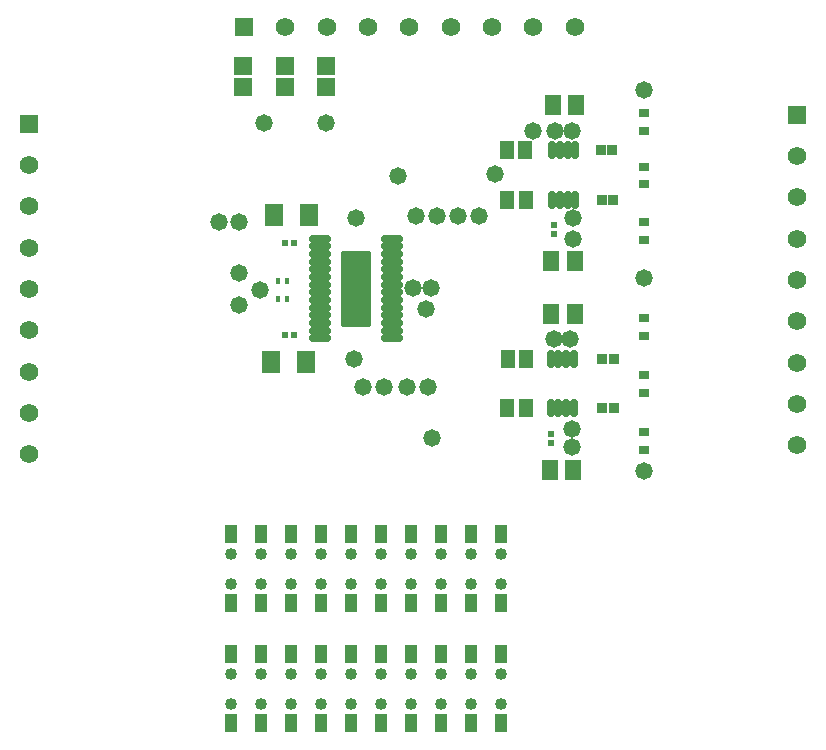
<source format=gbr>
%TF.GenerationSoftware,Altium Limited,Altium Designer,22.9.1 (49)*%
G04 Layer_Color=8388736*
%FSLAX25Y25*%
%MOIN*%
%TF.SameCoordinates,E4663CD6-9850-4590-99AB-2D6E941D03D6*%
%TF.FilePolarity,Negative*%
%TF.FileFunction,Soldermask,Top*%
%TF.Part,Single*%
G01*
G75*
%TA.AperFunction,SMDPad,CuDef*%
%ADD12R,0.01575X0.01968*%
%ADD13R,0.05928X0.07316*%
%ADD14R,0.06127X0.06213*%
%TA.AperFunction,ConnectorPad*%
%ADD15R,0.03937X0.06142*%
%TA.AperFunction,SMDPad,CuDef*%
%ADD19R,0.03937X0.06142*%
%ADD21R,0.03543X0.03150*%
%ADD23R,0.02029X0.01860*%
%ADD24R,0.02047X0.02047*%
%TA.AperFunction,ComponentPad*%
%ADD28C,0.06165*%
%ADD29R,0.06165X0.06165*%
%ADD30C,0.04016*%
%ADD31R,0.06165X0.06165*%
%ADD33C,0.02800*%
%TA.AperFunction,ViaPad*%
%ADD34C,0.05800*%
%TA.AperFunction,SMDPad,CuDef*%
G04:AMPARAMS|DCode=41|XSize=102.49mil|YSize=250.91mil|CornerRadius=5.89mil|HoleSize=0mil|Usage=FLASHONLY|Rotation=0.000|XOffset=0mil|YOffset=0mil|HoleType=Round|Shape=RoundedRectangle|*
%AMROUNDEDRECTD41*
21,1,0.10249,0.23913,0,0,0.0*
21,1,0.09071,0.25091,0,0,0.0*
1,1,0.01178,0.04535,-0.11957*
1,1,0.01178,-0.04535,-0.11957*
1,1,0.01178,-0.04535,0.11957*
1,1,0.01178,0.04535,0.11957*
%
%ADD41ROUNDEDRECTD41*%
G04:AMPARAMS|DCode=42|XSize=25.72mil|YSize=70.99mil|CornerRadius=5.95mil|HoleSize=0mil|Usage=FLASHONLY|Rotation=90.000|XOffset=0mil|YOffset=0mil|HoleType=Round|Shape=RoundedRectangle|*
%AMROUNDEDRECTD42*
21,1,0.02572,0.05909,0,0,90.0*
21,1,0.01382,0.07099,0,0,90.0*
1,1,0.01190,0.02955,0.00691*
1,1,0.01190,0.02955,-0.00691*
1,1,0.01190,-0.02955,-0.00691*
1,1,0.01190,-0.02955,0.00691*
%
%ADD42ROUNDEDRECTD42*%
%ADD43R,0.05524X0.06509*%
G04:AMPARAMS|DCode=44|XSize=25.72mil|YSize=59.18mil|CornerRadius=8.43mil|HoleSize=0mil|Usage=FLASHONLY|Rotation=180.000|XOffset=0mil|YOffset=0mil|HoleType=Round|Shape=RoundedRectangle|*
%AMROUNDEDRECTD44*
21,1,0.02572,0.04232,0,0,180.0*
21,1,0.00886,0.05918,0,0,180.0*
1,1,0.01686,-0.00443,0.02116*
1,1,0.01686,0.00443,0.02116*
1,1,0.01686,0.00443,-0.02116*
1,1,0.01686,-0.00443,-0.02116*
%
%ADD44ROUNDEDRECTD44*%
G04:AMPARAMS|DCode=45|XSize=25.72mil|YSize=59.18mil|CornerRadius=8.43mil|HoleSize=0mil|Usage=FLASHONLY|Rotation=180.000|XOffset=0mil|YOffset=0mil|HoleType=Round|Shape=RoundedRectangle|*
%AMROUNDEDRECTD45*
21,1,0.02572,0.04232,0,0,180.0*
21,1,0.00886,0.05918,0,0,180.0*
1,1,0.01686,-0.00443,0.02116*
1,1,0.01686,0.00443,0.02116*
1,1,0.01686,0.00443,-0.02116*
1,1,0.01686,-0.00443,-0.02116*
%
%ADD45ROUNDEDRECTD45*%
%ADD46R,0.04540X0.06115*%
%ADD47R,0.03556X0.03359*%
D12*
X140425Y154000D02*
D03*
X143575D02*
D03*
X140425Y148000D02*
D03*
X143575D02*
D03*
D13*
X149812Y127000D02*
D03*
X138188D02*
D03*
X150812Y176000D02*
D03*
X139188D02*
D03*
D14*
X129000Y225402D02*
D03*
Y218598D02*
D03*
X156500Y225402D02*
D03*
Y218598D02*
D03*
X143000Y225402D02*
D03*
Y218598D02*
D03*
D15*
X125000Y6563D02*
D03*
Y29437D02*
D03*
X135000Y6563D02*
D03*
Y29437D02*
D03*
X145000Y6563D02*
D03*
Y29437D02*
D03*
X155000Y6563D02*
D03*
Y29437D02*
D03*
X165000Y6563D02*
D03*
Y29437D02*
D03*
X175000Y6563D02*
D03*
Y29437D02*
D03*
X185000Y6563D02*
D03*
Y29437D02*
D03*
X195000Y6563D02*
D03*
Y29437D02*
D03*
X205000Y6563D02*
D03*
Y29437D02*
D03*
X215000Y6563D02*
D03*
Y29437D02*
D03*
D19*
X125000Y46563D02*
D03*
X145000D02*
D03*
X155000D02*
D03*
X165000D02*
D03*
X175000D02*
D03*
X185000D02*
D03*
X195000D02*
D03*
X205000D02*
D03*
X215000D02*
D03*
Y69437D02*
D03*
X205000D02*
D03*
X195000D02*
D03*
X185000D02*
D03*
X175000D02*
D03*
X165000D02*
D03*
X155000D02*
D03*
X145000D02*
D03*
X135000D02*
D03*
Y46563D02*
D03*
X125000Y69437D02*
D03*
D21*
X262500Y186047D02*
D03*
Y191953D02*
D03*
Y141453D02*
D03*
Y135547D02*
D03*
Y167595D02*
D03*
Y173500D02*
D03*
Y116547D02*
D03*
Y122453D02*
D03*
Y209906D02*
D03*
Y204000D02*
D03*
Y97547D02*
D03*
Y103453D02*
D03*
D23*
X145990Y136000D02*
D03*
X143010D02*
D03*
X145990Y166500D02*
D03*
X143010D02*
D03*
D24*
X232500Y172575D02*
D03*
Y169425D02*
D03*
X231500Y103000D02*
D03*
Y99850D02*
D03*
D28*
X198059Y238500D02*
D03*
X184280D02*
D03*
X170500D02*
D03*
X156720D02*
D03*
X142941D02*
D03*
X239398D02*
D03*
X225618D02*
D03*
X211839D02*
D03*
X57500Y96102D02*
D03*
X313500Y140382D02*
D03*
Y154161D02*
D03*
Y167941D02*
D03*
Y181720D02*
D03*
Y195500D02*
D03*
Y99043D02*
D03*
Y112823D02*
D03*
Y126602D02*
D03*
X57500Y137441D02*
D03*
Y151221D02*
D03*
Y165000D02*
D03*
Y178779D02*
D03*
Y192559D02*
D03*
Y109882D02*
D03*
Y123661D02*
D03*
D29*
X129161Y238500D02*
D03*
D30*
X125000Y63000D02*
D03*
X135000D02*
D03*
X145000D02*
D03*
X155000D02*
D03*
X185000D02*
D03*
X195000D02*
D03*
X205000D02*
D03*
X215000D02*
D03*
X125000Y23000D02*
D03*
X135000D02*
D03*
X145000D02*
D03*
X155000D02*
D03*
X165000D02*
D03*
X175000D02*
D03*
X185000D02*
D03*
X195000D02*
D03*
X205000D02*
D03*
X215000D02*
D03*
X125000Y13000D02*
D03*
X135000D02*
D03*
X145000D02*
D03*
X155000D02*
D03*
X165000D02*
D03*
X175000D02*
D03*
X185000D02*
D03*
X195000D02*
D03*
X205000D02*
D03*
X215000D02*
D03*
Y53000D02*
D03*
X205000D02*
D03*
X195000D02*
D03*
X185000D02*
D03*
X175000D02*
D03*
X165000D02*
D03*
X155000D02*
D03*
X145000D02*
D03*
X135000D02*
D03*
X125000D02*
D03*
X175000Y63000D02*
D03*
X165000D02*
D03*
D31*
X313500Y209279D02*
D03*
X57500Y206339D02*
D03*
D33*
X162992Y161366D02*
D03*
X166492D02*
D03*
X169992D02*
D03*
Y157366D02*
D03*
X166492D02*
D03*
X162992D02*
D03*
X166492Y153866D02*
D03*
X162992D02*
D03*
X169992D02*
D03*
X162992Y148866D02*
D03*
X166492D02*
D03*
Y144866D02*
D03*
X162992D02*
D03*
X166492Y140866D02*
D03*
X162992D02*
D03*
X169917Y148889D02*
D03*
Y144889D02*
D03*
Y140889D02*
D03*
D34*
X232500Y134459D02*
D03*
X183500Y118500D02*
D03*
X190500D02*
D03*
X136000Y206500D02*
D03*
X156500D02*
D03*
X180500Y189000D02*
D03*
X121000Y173500D02*
D03*
X127500D02*
D03*
Y156500D02*
D03*
Y146000D02*
D03*
X190000Y144500D02*
D03*
X176000Y118500D02*
D03*
X168700Y118400D02*
D03*
X134500Y151000D02*
D03*
X166500Y175000D02*
D03*
X166000Y128000D02*
D03*
X192000Y101500D02*
D03*
X200500Y175500D02*
D03*
X213000Y189500D02*
D03*
X262500Y217500D02*
D03*
Y90500D02*
D03*
Y155000D02*
D03*
X191500Y151500D02*
D03*
X238000Y134500D02*
D03*
X225500Y204000D02*
D03*
X239000Y174750D02*
D03*
X238975Y168000D02*
D03*
X185500Y151500D02*
D03*
X193500Y175500D02*
D03*
X238500Y104500D02*
D03*
X238475Y98500D02*
D03*
X238500Y204000D02*
D03*
X233000D02*
D03*
X207500Y175500D02*
D03*
X186500D02*
D03*
D41*
X166492Y151366D02*
D03*
D42*
X154484Y168000D02*
D03*
Y165441D02*
D03*
Y162882D02*
D03*
Y160323D02*
D03*
Y157764D02*
D03*
Y155205D02*
D03*
Y152646D02*
D03*
Y150087D02*
D03*
Y147528D02*
D03*
Y144968D02*
D03*
Y142409D02*
D03*
Y139850D02*
D03*
Y137291D02*
D03*
Y134732D02*
D03*
X178500Y168000D02*
D03*
Y165441D02*
D03*
Y162882D02*
D03*
Y160323D02*
D03*
Y157764D02*
D03*
Y155205D02*
D03*
Y152646D02*
D03*
Y150087D02*
D03*
Y147528D02*
D03*
Y144968D02*
D03*
Y142409D02*
D03*
Y139850D02*
D03*
Y137291D02*
D03*
Y134732D02*
D03*
D43*
X238937Y91000D02*
D03*
X231063D02*
D03*
X239437Y160500D02*
D03*
X231563D02*
D03*
Y143000D02*
D03*
X239437D02*
D03*
X232063Y212500D02*
D03*
X239937D02*
D03*
D44*
X237059Y181000D02*
D03*
X234500Y197535D02*
D03*
X237059D02*
D03*
X231941Y181000D02*
D03*
X234500D02*
D03*
X239618D02*
D03*
X231941Y197535D02*
D03*
X231441Y128035D02*
D03*
X239118Y111500D02*
D03*
X234000D02*
D03*
X231441D02*
D03*
X236559Y128035D02*
D03*
X234000D02*
D03*
X236559Y111500D02*
D03*
D45*
X239618Y197535D02*
D03*
X239118Y128035D02*
D03*
D46*
X223051Y181000D02*
D03*
X216949D02*
D03*
X223000Y197500D02*
D03*
X216898D02*
D03*
X223209Y128000D02*
D03*
X217106D02*
D03*
X223051Y111500D02*
D03*
X216949D02*
D03*
D47*
X252370Y128000D02*
D03*
X248630D02*
D03*
X252370Y111500D02*
D03*
X248630D02*
D03*
X252000Y197500D02*
D03*
X248260D02*
D03*
X252240Y181000D02*
D03*
X248500D02*
D03*
%TF.MD5,24063617af00ad2135e0bcb0316e90d3*%
M02*

</source>
